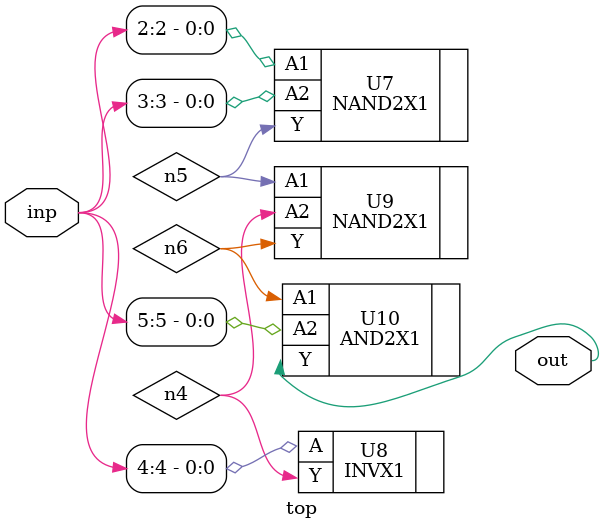
<source format=sv>


module top ( inp, out );
  input [5:0] inp;
  output out;
  wire   n4, n5, n6;

  NAND2X1 U7 ( .A1(inp[2]), .A2(inp[3]), .Y(n5) );
  INVX1 U8 ( .A(inp[4]), .Y(n4) );
  NAND2X1 U9 ( .A1(n5), .A2(n4), .Y(n6) );
  AND2X1 U10 ( .A1(n6), .A2(inp[5]), .Y(out) );
endmodule


</source>
